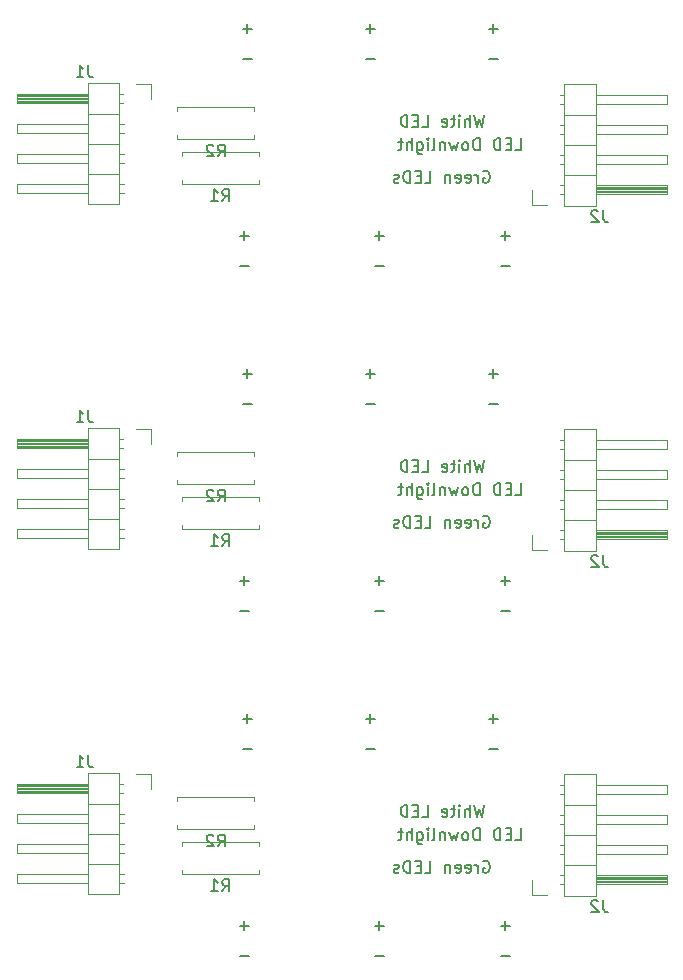
<source format=gbr>
G04 #@! TF.GenerationSoftware,KiCad,Pcbnew,(5.1.5-0-10_14)*
G04 #@! TF.CreationDate,2020-07-20T14:45:55+10:00*
G04 #@! TF.ProjectId,LED_Down_Multi,4c45445f-446f-4776-9e5f-4d756c74692e,rev?*
G04 #@! TF.SameCoordinates,Original*
G04 #@! TF.FileFunction,Legend,Bot*
G04 #@! TF.FilePolarity,Positive*
%FSLAX46Y46*%
G04 Gerber Fmt 4.6, Leading zero omitted, Abs format (unit mm)*
G04 Created by KiCad (PCBNEW (5.1.5-0-10_14)) date 2020-07-20 14:45:55*
%MOMM*%
%LPD*%
G04 APERTURE LIST*
%ADD10C,0.150000*%
%ADD11C,0.120000*%
G04 APERTURE END LIST*
D10*
X196214952Y-108275428D02*
X195453047Y-108275428D01*
X195834000Y-108656380D02*
X195834000Y-107894476D01*
X206628952Y-110815428D02*
X205867047Y-110815428D01*
X207644952Y-128341428D02*
X206883047Y-128341428D01*
X196976952Y-125801428D02*
X196215047Y-125801428D01*
X196596000Y-126182380D02*
X196596000Y-125420476D01*
X206628952Y-108275428D02*
X205867047Y-108275428D01*
X206248000Y-108656380D02*
X206248000Y-107894476D01*
X185546952Y-125801428D02*
X184785047Y-125801428D01*
X185166000Y-126182380D02*
X185166000Y-125420476D01*
X196214952Y-110815428D02*
X195453047Y-110815428D01*
X185800952Y-110815428D02*
X185039047Y-110815428D01*
X185800952Y-108275428D02*
X185039047Y-108275428D01*
X185420000Y-108656380D02*
X185420000Y-107894476D01*
X208096857Y-118562380D02*
X208573047Y-118562380D01*
X208573047Y-117562380D01*
X207763523Y-118038571D02*
X207430190Y-118038571D01*
X207287333Y-118562380D02*
X207763523Y-118562380D01*
X207763523Y-117562380D01*
X207287333Y-117562380D01*
X206858761Y-118562380D02*
X206858761Y-117562380D01*
X206620666Y-117562380D01*
X206477809Y-117610000D01*
X206382571Y-117705238D01*
X206334952Y-117800476D01*
X206287333Y-117990952D01*
X206287333Y-118133809D01*
X206334952Y-118324285D01*
X206382571Y-118419523D01*
X206477809Y-118514761D01*
X206620666Y-118562380D01*
X206858761Y-118562380D01*
X205096857Y-118562380D02*
X205096857Y-117562380D01*
X204858761Y-117562380D01*
X204715904Y-117610000D01*
X204620666Y-117705238D01*
X204573047Y-117800476D01*
X204525428Y-117990952D01*
X204525428Y-118133809D01*
X204573047Y-118324285D01*
X204620666Y-118419523D01*
X204715904Y-118514761D01*
X204858761Y-118562380D01*
X205096857Y-118562380D01*
X203954000Y-118562380D02*
X204049238Y-118514761D01*
X204096857Y-118467142D01*
X204144476Y-118371904D01*
X204144476Y-118086190D01*
X204096857Y-117990952D01*
X204049238Y-117943333D01*
X203954000Y-117895714D01*
X203811142Y-117895714D01*
X203715904Y-117943333D01*
X203668285Y-117990952D01*
X203620666Y-118086190D01*
X203620666Y-118371904D01*
X203668285Y-118467142D01*
X203715904Y-118514761D01*
X203811142Y-118562380D01*
X203954000Y-118562380D01*
X203287333Y-117895714D02*
X203096857Y-118562380D01*
X202906380Y-118086190D01*
X202715904Y-118562380D01*
X202525428Y-117895714D01*
X202144476Y-117895714D02*
X202144476Y-118562380D01*
X202144476Y-117990952D02*
X202096857Y-117943333D01*
X202001619Y-117895714D01*
X201858761Y-117895714D01*
X201763523Y-117943333D01*
X201715904Y-118038571D01*
X201715904Y-118562380D01*
X201096857Y-118562380D02*
X201192095Y-118514761D01*
X201239714Y-118419523D01*
X201239714Y-117562380D01*
X200715904Y-118562380D02*
X200715904Y-117895714D01*
X200715904Y-117562380D02*
X200763523Y-117610000D01*
X200715904Y-117657619D01*
X200668285Y-117610000D01*
X200715904Y-117562380D01*
X200715904Y-117657619D01*
X199811142Y-117895714D02*
X199811142Y-118705238D01*
X199858761Y-118800476D01*
X199906380Y-118848095D01*
X200001619Y-118895714D01*
X200144476Y-118895714D01*
X200239714Y-118848095D01*
X199811142Y-118514761D02*
X199906380Y-118562380D01*
X200096857Y-118562380D01*
X200192095Y-118514761D01*
X200239714Y-118467142D01*
X200287333Y-118371904D01*
X200287333Y-118086190D01*
X200239714Y-117990952D01*
X200192095Y-117943333D01*
X200096857Y-117895714D01*
X199906380Y-117895714D01*
X199811142Y-117943333D01*
X199334952Y-118562380D02*
X199334952Y-117562380D01*
X198906380Y-118562380D02*
X198906380Y-118038571D01*
X198954000Y-117943333D01*
X199049238Y-117895714D01*
X199192095Y-117895714D01*
X199287333Y-117943333D01*
X199334952Y-117990952D01*
X198573047Y-117895714D02*
X198192095Y-117895714D01*
X198430190Y-117562380D02*
X198430190Y-118419523D01*
X198382571Y-118514761D01*
X198287333Y-118562380D01*
X198192095Y-118562380D01*
X205390000Y-120350000D02*
X205485238Y-120302380D01*
X205628095Y-120302380D01*
X205770952Y-120350000D01*
X205866190Y-120445238D01*
X205913809Y-120540476D01*
X205961428Y-120730952D01*
X205961428Y-120873809D01*
X205913809Y-121064285D01*
X205866190Y-121159523D01*
X205770952Y-121254761D01*
X205628095Y-121302380D01*
X205532857Y-121302380D01*
X205390000Y-121254761D01*
X205342380Y-121207142D01*
X205342380Y-120873809D01*
X205532857Y-120873809D01*
X204913809Y-121302380D02*
X204913809Y-120635714D01*
X204913809Y-120826190D02*
X204866190Y-120730952D01*
X204818571Y-120683333D01*
X204723333Y-120635714D01*
X204628095Y-120635714D01*
X203913809Y-121254761D02*
X204009047Y-121302380D01*
X204199523Y-121302380D01*
X204294761Y-121254761D01*
X204342380Y-121159523D01*
X204342380Y-120778571D01*
X204294761Y-120683333D01*
X204199523Y-120635714D01*
X204009047Y-120635714D01*
X203913809Y-120683333D01*
X203866190Y-120778571D01*
X203866190Y-120873809D01*
X204342380Y-120969047D01*
X203056666Y-121254761D02*
X203151904Y-121302380D01*
X203342380Y-121302380D01*
X203437619Y-121254761D01*
X203485238Y-121159523D01*
X203485238Y-120778571D01*
X203437619Y-120683333D01*
X203342380Y-120635714D01*
X203151904Y-120635714D01*
X203056666Y-120683333D01*
X203009047Y-120778571D01*
X203009047Y-120873809D01*
X203485238Y-120969047D01*
X202580476Y-120635714D02*
X202580476Y-121302380D01*
X202580476Y-120730952D02*
X202532857Y-120683333D01*
X202437619Y-120635714D01*
X202294761Y-120635714D01*
X202199523Y-120683333D01*
X202151904Y-120778571D01*
X202151904Y-121302380D01*
X200437619Y-121302380D02*
X200913809Y-121302380D01*
X200913809Y-120302380D01*
X200104285Y-120778571D02*
X199770952Y-120778571D01*
X199628095Y-121302380D02*
X200104285Y-121302380D01*
X200104285Y-120302380D01*
X199628095Y-120302380D01*
X199199523Y-121302380D02*
X199199523Y-120302380D01*
X198961428Y-120302380D01*
X198818571Y-120350000D01*
X198723333Y-120445238D01*
X198675714Y-120540476D01*
X198628095Y-120730952D01*
X198628095Y-120873809D01*
X198675714Y-121064285D01*
X198723333Y-121159523D01*
X198818571Y-121254761D01*
X198961428Y-121302380D01*
X199199523Y-121302380D01*
X198247142Y-121254761D02*
X198151904Y-121302380D01*
X197961428Y-121302380D01*
X197866190Y-121254761D01*
X197818571Y-121159523D01*
X197818571Y-121111904D01*
X197866190Y-121016666D01*
X197961428Y-120969047D01*
X198104285Y-120969047D01*
X198199523Y-120921428D01*
X198247142Y-120826190D01*
X198247142Y-120778571D01*
X198199523Y-120683333D01*
X198104285Y-120635714D01*
X197961428Y-120635714D01*
X197866190Y-120683333D01*
X185546952Y-128341428D02*
X184785047Y-128341428D01*
X196976952Y-128341428D02*
X196215047Y-128341428D01*
X205501428Y-115592380D02*
X205263333Y-116592380D01*
X205072857Y-115878095D01*
X204882380Y-116592380D01*
X204644285Y-115592380D01*
X204263333Y-116592380D02*
X204263333Y-115592380D01*
X203834761Y-116592380D02*
X203834761Y-116068571D01*
X203882380Y-115973333D01*
X203977619Y-115925714D01*
X204120476Y-115925714D01*
X204215714Y-115973333D01*
X204263333Y-116020952D01*
X203358571Y-116592380D02*
X203358571Y-115925714D01*
X203358571Y-115592380D02*
X203406190Y-115640000D01*
X203358571Y-115687619D01*
X203310952Y-115640000D01*
X203358571Y-115592380D01*
X203358571Y-115687619D01*
X203025238Y-115925714D02*
X202644285Y-115925714D01*
X202882380Y-115592380D02*
X202882380Y-116449523D01*
X202834761Y-116544761D01*
X202739523Y-116592380D01*
X202644285Y-116592380D01*
X201930000Y-116544761D02*
X202025238Y-116592380D01*
X202215714Y-116592380D01*
X202310952Y-116544761D01*
X202358571Y-116449523D01*
X202358571Y-116068571D01*
X202310952Y-115973333D01*
X202215714Y-115925714D01*
X202025238Y-115925714D01*
X201930000Y-115973333D01*
X201882380Y-116068571D01*
X201882380Y-116163809D01*
X202358571Y-116259047D01*
X200215714Y-116592380D02*
X200691904Y-116592380D01*
X200691904Y-115592380D01*
X199882380Y-116068571D02*
X199549047Y-116068571D01*
X199406190Y-116592380D02*
X199882380Y-116592380D01*
X199882380Y-115592380D01*
X199406190Y-115592380D01*
X198977619Y-116592380D02*
X198977619Y-115592380D01*
X198739523Y-115592380D01*
X198596666Y-115640000D01*
X198501428Y-115735238D01*
X198453809Y-115830476D01*
X198406190Y-116020952D01*
X198406190Y-116163809D01*
X198453809Y-116354285D01*
X198501428Y-116449523D01*
X198596666Y-116544761D01*
X198739523Y-116592380D01*
X198977619Y-116592380D01*
X207644952Y-125801428D02*
X206883047Y-125801428D01*
X207264000Y-126182380D02*
X207264000Y-125420476D01*
X205501428Y-86382380D02*
X205263333Y-87382380D01*
X205072857Y-86668095D01*
X204882380Y-87382380D01*
X204644285Y-86382380D01*
X204263333Y-87382380D02*
X204263333Y-86382380D01*
X203834761Y-87382380D02*
X203834761Y-86858571D01*
X203882380Y-86763333D01*
X203977619Y-86715714D01*
X204120476Y-86715714D01*
X204215714Y-86763333D01*
X204263333Y-86810952D01*
X203358571Y-87382380D02*
X203358571Y-86715714D01*
X203358571Y-86382380D02*
X203406190Y-86430000D01*
X203358571Y-86477619D01*
X203310952Y-86430000D01*
X203358571Y-86382380D01*
X203358571Y-86477619D01*
X203025238Y-86715714D02*
X202644285Y-86715714D01*
X202882380Y-86382380D02*
X202882380Y-87239523D01*
X202834761Y-87334761D01*
X202739523Y-87382380D01*
X202644285Y-87382380D01*
X201930000Y-87334761D02*
X202025238Y-87382380D01*
X202215714Y-87382380D01*
X202310952Y-87334761D01*
X202358571Y-87239523D01*
X202358571Y-86858571D01*
X202310952Y-86763333D01*
X202215714Y-86715714D01*
X202025238Y-86715714D01*
X201930000Y-86763333D01*
X201882380Y-86858571D01*
X201882380Y-86953809D01*
X202358571Y-87049047D01*
X200215714Y-87382380D02*
X200691904Y-87382380D01*
X200691904Y-86382380D01*
X199882380Y-86858571D02*
X199549047Y-86858571D01*
X199406190Y-87382380D02*
X199882380Y-87382380D01*
X199882380Y-86382380D01*
X199406190Y-86382380D01*
X198977619Y-87382380D02*
X198977619Y-86382380D01*
X198739523Y-86382380D01*
X198596666Y-86430000D01*
X198501428Y-86525238D01*
X198453809Y-86620476D01*
X198406190Y-86810952D01*
X198406190Y-86953809D01*
X198453809Y-87144285D01*
X198501428Y-87239523D01*
X198596666Y-87334761D01*
X198739523Y-87382380D01*
X198977619Y-87382380D01*
X208096857Y-89352380D02*
X208573047Y-89352380D01*
X208573047Y-88352380D01*
X207763523Y-88828571D02*
X207430190Y-88828571D01*
X207287333Y-89352380D02*
X207763523Y-89352380D01*
X207763523Y-88352380D01*
X207287333Y-88352380D01*
X206858761Y-89352380D02*
X206858761Y-88352380D01*
X206620666Y-88352380D01*
X206477809Y-88400000D01*
X206382571Y-88495238D01*
X206334952Y-88590476D01*
X206287333Y-88780952D01*
X206287333Y-88923809D01*
X206334952Y-89114285D01*
X206382571Y-89209523D01*
X206477809Y-89304761D01*
X206620666Y-89352380D01*
X206858761Y-89352380D01*
X205096857Y-89352380D02*
X205096857Y-88352380D01*
X204858761Y-88352380D01*
X204715904Y-88400000D01*
X204620666Y-88495238D01*
X204573047Y-88590476D01*
X204525428Y-88780952D01*
X204525428Y-88923809D01*
X204573047Y-89114285D01*
X204620666Y-89209523D01*
X204715904Y-89304761D01*
X204858761Y-89352380D01*
X205096857Y-89352380D01*
X203954000Y-89352380D02*
X204049238Y-89304761D01*
X204096857Y-89257142D01*
X204144476Y-89161904D01*
X204144476Y-88876190D01*
X204096857Y-88780952D01*
X204049238Y-88733333D01*
X203954000Y-88685714D01*
X203811142Y-88685714D01*
X203715904Y-88733333D01*
X203668285Y-88780952D01*
X203620666Y-88876190D01*
X203620666Y-89161904D01*
X203668285Y-89257142D01*
X203715904Y-89304761D01*
X203811142Y-89352380D01*
X203954000Y-89352380D01*
X203287333Y-88685714D02*
X203096857Y-89352380D01*
X202906380Y-88876190D01*
X202715904Y-89352380D01*
X202525428Y-88685714D01*
X202144476Y-88685714D02*
X202144476Y-89352380D01*
X202144476Y-88780952D02*
X202096857Y-88733333D01*
X202001619Y-88685714D01*
X201858761Y-88685714D01*
X201763523Y-88733333D01*
X201715904Y-88828571D01*
X201715904Y-89352380D01*
X201096857Y-89352380D02*
X201192095Y-89304761D01*
X201239714Y-89209523D01*
X201239714Y-88352380D01*
X200715904Y-89352380D02*
X200715904Y-88685714D01*
X200715904Y-88352380D02*
X200763523Y-88400000D01*
X200715904Y-88447619D01*
X200668285Y-88400000D01*
X200715904Y-88352380D01*
X200715904Y-88447619D01*
X199811142Y-88685714D02*
X199811142Y-89495238D01*
X199858761Y-89590476D01*
X199906380Y-89638095D01*
X200001619Y-89685714D01*
X200144476Y-89685714D01*
X200239714Y-89638095D01*
X199811142Y-89304761D02*
X199906380Y-89352380D01*
X200096857Y-89352380D01*
X200192095Y-89304761D01*
X200239714Y-89257142D01*
X200287333Y-89161904D01*
X200287333Y-88876190D01*
X200239714Y-88780952D01*
X200192095Y-88733333D01*
X200096857Y-88685714D01*
X199906380Y-88685714D01*
X199811142Y-88733333D01*
X199334952Y-89352380D02*
X199334952Y-88352380D01*
X198906380Y-89352380D02*
X198906380Y-88828571D01*
X198954000Y-88733333D01*
X199049238Y-88685714D01*
X199192095Y-88685714D01*
X199287333Y-88733333D01*
X199334952Y-88780952D01*
X198573047Y-88685714D02*
X198192095Y-88685714D01*
X198430190Y-88352380D02*
X198430190Y-89209523D01*
X198382571Y-89304761D01*
X198287333Y-89352380D01*
X198192095Y-89352380D01*
X205390000Y-91140000D02*
X205485238Y-91092380D01*
X205628095Y-91092380D01*
X205770952Y-91140000D01*
X205866190Y-91235238D01*
X205913809Y-91330476D01*
X205961428Y-91520952D01*
X205961428Y-91663809D01*
X205913809Y-91854285D01*
X205866190Y-91949523D01*
X205770952Y-92044761D01*
X205628095Y-92092380D01*
X205532857Y-92092380D01*
X205390000Y-92044761D01*
X205342380Y-91997142D01*
X205342380Y-91663809D01*
X205532857Y-91663809D01*
X204913809Y-92092380D02*
X204913809Y-91425714D01*
X204913809Y-91616190D02*
X204866190Y-91520952D01*
X204818571Y-91473333D01*
X204723333Y-91425714D01*
X204628095Y-91425714D01*
X203913809Y-92044761D02*
X204009047Y-92092380D01*
X204199523Y-92092380D01*
X204294761Y-92044761D01*
X204342380Y-91949523D01*
X204342380Y-91568571D01*
X204294761Y-91473333D01*
X204199523Y-91425714D01*
X204009047Y-91425714D01*
X203913809Y-91473333D01*
X203866190Y-91568571D01*
X203866190Y-91663809D01*
X204342380Y-91759047D01*
X203056666Y-92044761D02*
X203151904Y-92092380D01*
X203342380Y-92092380D01*
X203437619Y-92044761D01*
X203485238Y-91949523D01*
X203485238Y-91568571D01*
X203437619Y-91473333D01*
X203342380Y-91425714D01*
X203151904Y-91425714D01*
X203056666Y-91473333D01*
X203009047Y-91568571D01*
X203009047Y-91663809D01*
X203485238Y-91759047D01*
X202580476Y-91425714D02*
X202580476Y-92092380D01*
X202580476Y-91520952D02*
X202532857Y-91473333D01*
X202437619Y-91425714D01*
X202294761Y-91425714D01*
X202199523Y-91473333D01*
X202151904Y-91568571D01*
X202151904Y-92092380D01*
X200437619Y-92092380D02*
X200913809Y-92092380D01*
X200913809Y-91092380D01*
X200104285Y-91568571D02*
X199770952Y-91568571D01*
X199628095Y-92092380D02*
X200104285Y-92092380D01*
X200104285Y-91092380D01*
X199628095Y-91092380D01*
X199199523Y-92092380D02*
X199199523Y-91092380D01*
X198961428Y-91092380D01*
X198818571Y-91140000D01*
X198723333Y-91235238D01*
X198675714Y-91330476D01*
X198628095Y-91520952D01*
X198628095Y-91663809D01*
X198675714Y-91854285D01*
X198723333Y-91949523D01*
X198818571Y-92044761D01*
X198961428Y-92092380D01*
X199199523Y-92092380D01*
X198247142Y-92044761D02*
X198151904Y-92092380D01*
X197961428Y-92092380D01*
X197866190Y-92044761D01*
X197818571Y-91949523D01*
X197818571Y-91901904D01*
X197866190Y-91806666D01*
X197961428Y-91759047D01*
X198104285Y-91759047D01*
X198199523Y-91711428D01*
X198247142Y-91616190D01*
X198247142Y-91568571D01*
X198199523Y-91473333D01*
X198104285Y-91425714D01*
X197961428Y-91425714D01*
X197866190Y-91473333D01*
X207644952Y-96591428D02*
X206883047Y-96591428D01*
X207264000Y-96972380D02*
X207264000Y-96210476D01*
X207644952Y-99131428D02*
X206883047Y-99131428D01*
X196976952Y-96591428D02*
X196215047Y-96591428D01*
X196596000Y-96972380D02*
X196596000Y-96210476D01*
X196976952Y-99131428D02*
X196215047Y-99131428D01*
X185546952Y-99131428D02*
X184785047Y-99131428D01*
X185546952Y-96591428D02*
X184785047Y-96591428D01*
X185166000Y-96972380D02*
X185166000Y-96210476D01*
X185800952Y-81605428D02*
X185039047Y-81605428D01*
X185800952Y-79065428D02*
X185039047Y-79065428D01*
X185420000Y-79446380D02*
X185420000Y-78684476D01*
X196214952Y-79065428D02*
X195453047Y-79065428D01*
X195834000Y-79446380D02*
X195834000Y-78684476D01*
X196214952Y-81605428D02*
X195453047Y-81605428D01*
X206628952Y-81605428D02*
X205867047Y-81605428D01*
X206628952Y-79065428D02*
X205867047Y-79065428D01*
X206248000Y-79446380D02*
X206248000Y-78684476D01*
X206628952Y-49855428D02*
X205867047Y-49855428D01*
X206248000Y-50236380D02*
X206248000Y-49474476D01*
X206628952Y-52395428D02*
X205867047Y-52395428D01*
X196214952Y-52395428D02*
X195453047Y-52395428D01*
X196214952Y-49855428D02*
X195453047Y-49855428D01*
X195834000Y-50236380D02*
X195834000Y-49474476D01*
X185800952Y-49855428D02*
X185039047Y-49855428D01*
X185420000Y-50236380D02*
X185420000Y-49474476D01*
X185800952Y-52395428D02*
X185039047Y-52395428D01*
X185546952Y-67381428D02*
X184785047Y-67381428D01*
X185166000Y-67762380D02*
X185166000Y-67000476D01*
X185546952Y-69921428D02*
X184785047Y-69921428D01*
X196976952Y-69921428D02*
X196215047Y-69921428D01*
X196976952Y-67381428D02*
X196215047Y-67381428D01*
X196596000Y-67762380D02*
X196596000Y-67000476D01*
X207644952Y-69921428D02*
X206883047Y-69921428D01*
X207644952Y-67381428D02*
X206883047Y-67381428D01*
X207264000Y-67762380D02*
X207264000Y-67000476D01*
X205390000Y-61930000D02*
X205485238Y-61882380D01*
X205628095Y-61882380D01*
X205770952Y-61930000D01*
X205866190Y-62025238D01*
X205913809Y-62120476D01*
X205961428Y-62310952D01*
X205961428Y-62453809D01*
X205913809Y-62644285D01*
X205866190Y-62739523D01*
X205770952Y-62834761D01*
X205628095Y-62882380D01*
X205532857Y-62882380D01*
X205390000Y-62834761D01*
X205342380Y-62787142D01*
X205342380Y-62453809D01*
X205532857Y-62453809D01*
X204913809Y-62882380D02*
X204913809Y-62215714D01*
X204913809Y-62406190D02*
X204866190Y-62310952D01*
X204818571Y-62263333D01*
X204723333Y-62215714D01*
X204628095Y-62215714D01*
X203913809Y-62834761D02*
X204009047Y-62882380D01*
X204199523Y-62882380D01*
X204294761Y-62834761D01*
X204342380Y-62739523D01*
X204342380Y-62358571D01*
X204294761Y-62263333D01*
X204199523Y-62215714D01*
X204009047Y-62215714D01*
X203913809Y-62263333D01*
X203866190Y-62358571D01*
X203866190Y-62453809D01*
X204342380Y-62549047D01*
X203056666Y-62834761D02*
X203151904Y-62882380D01*
X203342380Y-62882380D01*
X203437619Y-62834761D01*
X203485238Y-62739523D01*
X203485238Y-62358571D01*
X203437619Y-62263333D01*
X203342380Y-62215714D01*
X203151904Y-62215714D01*
X203056666Y-62263333D01*
X203009047Y-62358571D01*
X203009047Y-62453809D01*
X203485238Y-62549047D01*
X202580476Y-62215714D02*
X202580476Y-62882380D01*
X202580476Y-62310952D02*
X202532857Y-62263333D01*
X202437619Y-62215714D01*
X202294761Y-62215714D01*
X202199523Y-62263333D01*
X202151904Y-62358571D01*
X202151904Y-62882380D01*
X200437619Y-62882380D02*
X200913809Y-62882380D01*
X200913809Y-61882380D01*
X200104285Y-62358571D02*
X199770952Y-62358571D01*
X199628095Y-62882380D02*
X200104285Y-62882380D01*
X200104285Y-61882380D01*
X199628095Y-61882380D01*
X199199523Y-62882380D02*
X199199523Y-61882380D01*
X198961428Y-61882380D01*
X198818571Y-61930000D01*
X198723333Y-62025238D01*
X198675714Y-62120476D01*
X198628095Y-62310952D01*
X198628095Y-62453809D01*
X198675714Y-62644285D01*
X198723333Y-62739523D01*
X198818571Y-62834761D01*
X198961428Y-62882380D01*
X199199523Y-62882380D01*
X198247142Y-62834761D02*
X198151904Y-62882380D01*
X197961428Y-62882380D01*
X197866190Y-62834761D01*
X197818571Y-62739523D01*
X197818571Y-62691904D01*
X197866190Y-62596666D01*
X197961428Y-62549047D01*
X198104285Y-62549047D01*
X198199523Y-62501428D01*
X198247142Y-62406190D01*
X198247142Y-62358571D01*
X198199523Y-62263333D01*
X198104285Y-62215714D01*
X197961428Y-62215714D01*
X197866190Y-62263333D01*
X208096857Y-60142380D02*
X208573047Y-60142380D01*
X208573047Y-59142380D01*
X207763523Y-59618571D02*
X207430190Y-59618571D01*
X207287333Y-60142380D02*
X207763523Y-60142380D01*
X207763523Y-59142380D01*
X207287333Y-59142380D01*
X206858761Y-60142380D02*
X206858761Y-59142380D01*
X206620666Y-59142380D01*
X206477809Y-59190000D01*
X206382571Y-59285238D01*
X206334952Y-59380476D01*
X206287333Y-59570952D01*
X206287333Y-59713809D01*
X206334952Y-59904285D01*
X206382571Y-59999523D01*
X206477809Y-60094761D01*
X206620666Y-60142380D01*
X206858761Y-60142380D01*
X205096857Y-60142380D02*
X205096857Y-59142380D01*
X204858761Y-59142380D01*
X204715904Y-59190000D01*
X204620666Y-59285238D01*
X204573047Y-59380476D01*
X204525428Y-59570952D01*
X204525428Y-59713809D01*
X204573047Y-59904285D01*
X204620666Y-59999523D01*
X204715904Y-60094761D01*
X204858761Y-60142380D01*
X205096857Y-60142380D01*
X203954000Y-60142380D02*
X204049238Y-60094761D01*
X204096857Y-60047142D01*
X204144476Y-59951904D01*
X204144476Y-59666190D01*
X204096857Y-59570952D01*
X204049238Y-59523333D01*
X203954000Y-59475714D01*
X203811142Y-59475714D01*
X203715904Y-59523333D01*
X203668285Y-59570952D01*
X203620666Y-59666190D01*
X203620666Y-59951904D01*
X203668285Y-60047142D01*
X203715904Y-60094761D01*
X203811142Y-60142380D01*
X203954000Y-60142380D01*
X203287333Y-59475714D02*
X203096857Y-60142380D01*
X202906380Y-59666190D01*
X202715904Y-60142380D01*
X202525428Y-59475714D01*
X202144476Y-59475714D02*
X202144476Y-60142380D01*
X202144476Y-59570952D02*
X202096857Y-59523333D01*
X202001619Y-59475714D01*
X201858761Y-59475714D01*
X201763523Y-59523333D01*
X201715904Y-59618571D01*
X201715904Y-60142380D01*
X201096857Y-60142380D02*
X201192095Y-60094761D01*
X201239714Y-59999523D01*
X201239714Y-59142380D01*
X200715904Y-60142380D02*
X200715904Y-59475714D01*
X200715904Y-59142380D02*
X200763523Y-59190000D01*
X200715904Y-59237619D01*
X200668285Y-59190000D01*
X200715904Y-59142380D01*
X200715904Y-59237619D01*
X199811142Y-59475714D02*
X199811142Y-60285238D01*
X199858761Y-60380476D01*
X199906380Y-60428095D01*
X200001619Y-60475714D01*
X200144476Y-60475714D01*
X200239714Y-60428095D01*
X199811142Y-60094761D02*
X199906380Y-60142380D01*
X200096857Y-60142380D01*
X200192095Y-60094761D01*
X200239714Y-60047142D01*
X200287333Y-59951904D01*
X200287333Y-59666190D01*
X200239714Y-59570952D01*
X200192095Y-59523333D01*
X200096857Y-59475714D01*
X199906380Y-59475714D01*
X199811142Y-59523333D01*
X199334952Y-60142380D02*
X199334952Y-59142380D01*
X198906380Y-60142380D02*
X198906380Y-59618571D01*
X198954000Y-59523333D01*
X199049238Y-59475714D01*
X199192095Y-59475714D01*
X199287333Y-59523333D01*
X199334952Y-59570952D01*
X198573047Y-59475714D02*
X198192095Y-59475714D01*
X198430190Y-59142380D02*
X198430190Y-59999523D01*
X198382571Y-60094761D01*
X198287333Y-60142380D01*
X198192095Y-60142380D01*
X205501428Y-57172380D02*
X205263333Y-58172380D01*
X205072857Y-57458095D01*
X204882380Y-58172380D01*
X204644285Y-57172380D01*
X204263333Y-58172380D02*
X204263333Y-57172380D01*
X203834761Y-58172380D02*
X203834761Y-57648571D01*
X203882380Y-57553333D01*
X203977619Y-57505714D01*
X204120476Y-57505714D01*
X204215714Y-57553333D01*
X204263333Y-57600952D01*
X203358571Y-58172380D02*
X203358571Y-57505714D01*
X203358571Y-57172380D02*
X203406190Y-57220000D01*
X203358571Y-57267619D01*
X203310952Y-57220000D01*
X203358571Y-57172380D01*
X203358571Y-57267619D01*
X203025238Y-57505714D02*
X202644285Y-57505714D01*
X202882380Y-57172380D02*
X202882380Y-58029523D01*
X202834761Y-58124761D01*
X202739523Y-58172380D01*
X202644285Y-58172380D01*
X201930000Y-58124761D02*
X202025238Y-58172380D01*
X202215714Y-58172380D01*
X202310952Y-58124761D01*
X202358571Y-58029523D01*
X202358571Y-57648571D01*
X202310952Y-57553333D01*
X202215714Y-57505714D01*
X202025238Y-57505714D01*
X201930000Y-57553333D01*
X201882380Y-57648571D01*
X201882380Y-57743809D01*
X202358571Y-57839047D01*
X200215714Y-58172380D02*
X200691904Y-58172380D01*
X200691904Y-57172380D01*
X199882380Y-57648571D02*
X199549047Y-57648571D01*
X199406190Y-58172380D02*
X199882380Y-58172380D01*
X199882380Y-57172380D01*
X199406190Y-57172380D01*
X198977619Y-58172380D02*
X198977619Y-57172380D01*
X198739523Y-57172380D01*
X198596666Y-57220000D01*
X198501428Y-57315238D01*
X198453809Y-57410476D01*
X198406190Y-57600952D01*
X198406190Y-57743809D01*
X198453809Y-57934285D01*
X198501428Y-58029523D01*
X198596666Y-58124761D01*
X198739523Y-58172380D01*
X198977619Y-58172380D01*
D11*
X186030000Y-114890000D02*
X186030000Y-115220000D01*
X179490000Y-114890000D02*
X186030000Y-114890000D01*
X179490000Y-115220000D02*
X179490000Y-114890000D01*
X186030000Y-117630000D02*
X186030000Y-117300000D01*
X179490000Y-117630000D02*
X186030000Y-117630000D01*
X179490000Y-117300000D02*
X179490000Y-117630000D01*
X177292000Y-112930000D02*
X176022000Y-112930000D01*
X177292000Y-114200000D02*
X177292000Y-112930000D01*
X174979071Y-122200000D02*
X174582000Y-122200000D01*
X174979071Y-121440000D02*
X174582000Y-121440000D01*
X165922000Y-122200000D02*
X171922000Y-122200000D01*
X165922000Y-121440000D02*
X165922000Y-122200000D01*
X171922000Y-121440000D02*
X165922000Y-121440000D01*
X174582000Y-120550000D02*
X171922000Y-120550000D01*
X174979071Y-119660000D02*
X174582000Y-119660000D01*
X174979071Y-118900000D02*
X174582000Y-118900000D01*
X165922000Y-119660000D02*
X171922000Y-119660000D01*
X165922000Y-118900000D02*
X165922000Y-119660000D01*
X171922000Y-118900000D02*
X165922000Y-118900000D01*
X174582000Y-118010000D02*
X171922000Y-118010000D01*
X174979071Y-117120000D02*
X174582000Y-117120000D01*
X174979071Y-116360000D02*
X174582000Y-116360000D01*
X165922000Y-117120000D02*
X171922000Y-117120000D01*
X165922000Y-116360000D02*
X165922000Y-117120000D01*
X171922000Y-116360000D02*
X165922000Y-116360000D01*
X174582000Y-115470000D02*
X171922000Y-115470000D01*
X174912000Y-114580000D02*
X174582000Y-114580000D01*
X174912000Y-113820000D02*
X174582000Y-113820000D01*
X171922000Y-114480000D02*
X165922000Y-114480000D01*
X171922000Y-114360000D02*
X165922000Y-114360000D01*
X171922000Y-114240000D02*
X165922000Y-114240000D01*
X171922000Y-114120000D02*
X165922000Y-114120000D01*
X171922000Y-114000000D02*
X165922000Y-114000000D01*
X171922000Y-113880000D02*
X165922000Y-113880000D01*
X165922000Y-114580000D02*
X171922000Y-114580000D01*
X165922000Y-113820000D02*
X165922000Y-114580000D01*
X171922000Y-113820000D02*
X165922000Y-113820000D01*
X171922000Y-112870000D02*
X174582000Y-112870000D01*
X171922000Y-123150000D02*
X171922000Y-112870000D01*
X174582000Y-123150000D02*
X171922000Y-123150000D01*
X174582000Y-112870000D02*
X174582000Y-123150000D01*
X186410000Y-118680000D02*
X186410000Y-119010000D01*
X179870000Y-118680000D02*
X186410000Y-118680000D01*
X179870000Y-119010000D02*
X179870000Y-118680000D01*
X186410000Y-121420000D02*
X186410000Y-121090000D01*
X179870000Y-121420000D02*
X186410000Y-121420000D01*
X179870000Y-121090000D02*
X179870000Y-121420000D01*
X209550000Y-123190000D02*
X210820000Y-123190000D01*
X209550000Y-121920000D02*
X209550000Y-123190000D01*
X211862929Y-113920000D02*
X212260000Y-113920000D01*
X211862929Y-114680000D02*
X212260000Y-114680000D01*
X220920000Y-113920000D02*
X214920000Y-113920000D01*
X220920000Y-114680000D02*
X220920000Y-113920000D01*
X214920000Y-114680000D02*
X220920000Y-114680000D01*
X212260000Y-115570000D02*
X214920000Y-115570000D01*
X211862929Y-116460000D02*
X212260000Y-116460000D01*
X211862929Y-117220000D02*
X212260000Y-117220000D01*
X220920000Y-116460000D02*
X214920000Y-116460000D01*
X220920000Y-117220000D02*
X220920000Y-116460000D01*
X214920000Y-117220000D02*
X220920000Y-117220000D01*
X212260000Y-118110000D02*
X214920000Y-118110000D01*
X211862929Y-119000000D02*
X212260000Y-119000000D01*
X211862929Y-119760000D02*
X212260000Y-119760000D01*
X220920000Y-119000000D02*
X214920000Y-119000000D01*
X220920000Y-119760000D02*
X220920000Y-119000000D01*
X214920000Y-119760000D02*
X220920000Y-119760000D01*
X212260000Y-120650000D02*
X214920000Y-120650000D01*
X211930000Y-121540000D02*
X212260000Y-121540000D01*
X211930000Y-122300000D02*
X212260000Y-122300000D01*
X214920000Y-121640000D02*
X220920000Y-121640000D01*
X214920000Y-121760000D02*
X220920000Y-121760000D01*
X214920000Y-121880000D02*
X220920000Y-121880000D01*
X214920000Y-122000000D02*
X220920000Y-122000000D01*
X214920000Y-122120000D02*
X220920000Y-122120000D01*
X214920000Y-122240000D02*
X220920000Y-122240000D01*
X220920000Y-121540000D02*
X214920000Y-121540000D01*
X220920000Y-122300000D02*
X220920000Y-121540000D01*
X214920000Y-122300000D02*
X220920000Y-122300000D01*
X214920000Y-123250000D02*
X212260000Y-123250000D01*
X214920000Y-112970000D02*
X214920000Y-123250000D01*
X212260000Y-112970000D02*
X214920000Y-112970000D01*
X212260000Y-123250000D02*
X212260000Y-112970000D01*
X174582000Y-83660000D02*
X174582000Y-93940000D01*
X174582000Y-93940000D02*
X171922000Y-93940000D01*
X171922000Y-93940000D02*
X171922000Y-83660000D01*
X171922000Y-83660000D02*
X174582000Y-83660000D01*
X171922000Y-84610000D02*
X165922000Y-84610000D01*
X165922000Y-84610000D02*
X165922000Y-85370000D01*
X165922000Y-85370000D02*
X171922000Y-85370000D01*
X171922000Y-84670000D02*
X165922000Y-84670000D01*
X171922000Y-84790000D02*
X165922000Y-84790000D01*
X171922000Y-84910000D02*
X165922000Y-84910000D01*
X171922000Y-85030000D02*
X165922000Y-85030000D01*
X171922000Y-85150000D02*
X165922000Y-85150000D01*
X171922000Y-85270000D02*
X165922000Y-85270000D01*
X174912000Y-84610000D02*
X174582000Y-84610000D01*
X174912000Y-85370000D02*
X174582000Y-85370000D01*
X174582000Y-86260000D02*
X171922000Y-86260000D01*
X171922000Y-87150000D02*
X165922000Y-87150000D01*
X165922000Y-87150000D02*
X165922000Y-87910000D01*
X165922000Y-87910000D02*
X171922000Y-87910000D01*
X174979071Y-87150000D02*
X174582000Y-87150000D01*
X174979071Y-87910000D02*
X174582000Y-87910000D01*
X174582000Y-88800000D02*
X171922000Y-88800000D01*
X171922000Y-89690000D02*
X165922000Y-89690000D01*
X165922000Y-89690000D02*
X165922000Y-90450000D01*
X165922000Y-90450000D02*
X171922000Y-90450000D01*
X174979071Y-89690000D02*
X174582000Y-89690000D01*
X174979071Y-90450000D02*
X174582000Y-90450000D01*
X174582000Y-91340000D02*
X171922000Y-91340000D01*
X171922000Y-92230000D02*
X165922000Y-92230000D01*
X165922000Y-92230000D02*
X165922000Y-92990000D01*
X165922000Y-92990000D02*
X171922000Y-92990000D01*
X174979071Y-92230000D02*
X174582000Y-92230000D01*
X174979071Y-92990000D02*
X174582000Y-92990000D01*
X177292000Y-84990000D02*
X177292000Y-83720000D01*
X177292000Y-83720000D02*
X176022000Y-83720000D01*
X212260000Y-94040000D02*
X212260000Y-83760000D01*
X212260000Y-83760000D02*
X214920000Y-83760000D01*
X214920000Y-83760000D02*
X214920000Y-94040000D01*
X214920000Y-94040000D02*
X212260000Y-94040000D01*
X214920000Y-93090000D02*
X220920000Y-93090000D01*
X220920000Y-93090000D02*
X220920000Y-92330000D01*
X220920000Y-92330000D02*
X214920000Y-92330000D01*
X214920000Y-93030000D02*
X220920000Y-93030000D01*
X214920000Y-92910000D02*
X220920000Y-92910000D01*
X214920000Y-92790000D02*
X220920000Y-92790000D01*
X214920000Y-92670000D02*
X220920000Y-92670000D01*
X214920000Y-92550000D02*
X220920000Y-92550000D01*
X214920000Y-92430000D02*
X220920000Y-92430000D01*
X211930000Y-93090000D02*
X212260000Y-93090000D01*
X211930000Y-92330000D02*
X212260000Y-92330000D01*
X212260000Y-91440000D02*
X214920000Y-91440000D01*
X214920000Y-90550000D02*
X220920000Y-90550000D01*
X220920000Y-90550000D02*
X220920000Y-89790000D01*
X220920000Y-89790000D02*
X214920000Y-89790000D01*
X211862929Y-90550000D02*
X212260000Y-90550000D01*
X211862929Y-89790000D02*
X212260000Y-89790000D01*
X212260000Y-88900000D02*
X214920000Y-88900000D01*
X214920000Y-88010000D02*
X220920000Y-88010000D01*
X220920000Y-88010000D02*
X220920000Y-87250000D01*
X220920000Y-87250000D02*
X214920000Y-87250000D01*
X211862929Y-88010000D02*
X212260000Y-88010000D01*
X211862929Y-87250000D02*
X212260000Y-87250000D01*
X212260000Y-86360000D02*
X214920000Y-86360000D01*
X214920000Y-85470000D02*
X220920000Y-85470000D01*
X220920000Y-85470000D02*
X220920000Y-84710000D01*
X220920000Y-84710000D02*
X214920000Y-84710000D01*
X211862929Y-85470000D02*
X212260000Y-85470000D01*
X211862929Y-84710000D02*
X212260000Y-84710000D01*
X209550000Y-92710000D02*
X209550000Y-93980000D01*
X209550000Y-93980000D02*
X210820000Y-93980000D01*
X179870000Y-91880000D02*
X179870000Y-92210000D01*
X179870000Y-92210000D02*
X186410000Y-92210000D01*
X186410000Y-92210000D02*
X186410000Y-91880000D01*
X179870000Y-89800000D02*
X179870000Y-89470000D01*
X179870000Y-89470000D02*
X186410000Y-89470000D01*
X186410000Y-89470000D02*
X186410000Y-89800000D01*
X179490000Y-88090000D02*
X179490000Y-88420000D01*
X179490000Y-88420000D02*
X186030000Y-88420000D01*
X186030000Y-88420000D02*
X186030000Y-88090000D01*
X179490000Y-86010000D02*
X179490000Y-85680000D01*
X179490000Y-85680000D02*
X186030000Y-85680000D01*
X186030000Y-85680000D02*
X186030000Y-86010000D01*
X186030000Y-56470000D02*
X186030000Y-56800000D01*
X179490000Y-56470000D02*
X186030000Y-56470000D01*
X179490000Y-56800000D02*
X179490000Y-56470000D01*
X186030000Y-59210000D02*
X186030000Y-58880000D01*
X179490000Y-59210000D02*
X186030000Y-59210000D01*
X179490000Y-58880000D02*
X179490000Y-59210000D01*
X186410000Y-60260000D02*
X186410000Y-60590000D01*
X179870000Y-60260000D02*
X186410000Y-60260000D01*
X179870000Y-60590000D02*
X179870000Y-60260000D01*
X186410000Y-63000000D02*
X186410000Y-62670000D01*
X179870000Y-63000000D02*
X186410000Y-63000000D01*
X179870000Y-62670000D02*
X179870000Y-63000000D01*
X209550000Y-64770000D02*
X210820000Y-64770000D01*
X209550000Y-63500000D02*
X209550000Y-64770000D01*
X211862929Y-55500000D02*
X212260000Y-55500000D01*
X211862929Y-56260000D02*
X212260000Y-56260000D01*
X220920000Y-55500000D02*
X214920000Y-55500000D01*
X220920000Y-56260000D02*
X220920000Y-55500000D01*
X214920000Y-56260000D02*
X220920000Y-56260000D01*
X212260000Y-57150000D02*
X214920000Y-57150000D01*
X211862929Y-58040000D02*
X212260000Y-58040000D01*
X211862929Y-58800000D02*
X212260000Y-58800000D01*
X220920000Y-58040000D02*
X214920000Y-58040000D01*
X220920000Y-58800000D02*
X220920000Y-58040000D01*
X214920000Y-58800000D02*
X220920000Y-58800000D01*
X212260000Y-59690000D02*
X214920000Y-59690000D01*
X211862929Y-60580000D02*
X212260000Y-60580000D01*
X211862929Y-61340000D02*
X212260000Y-61340000D01*
X220920000Y-60580000D02*
X214920000Y-60580000D01*
X220920000Y-61340000D02*
X220920000Y-60580000D01*
X214920000Y-61340000D02*
X220920000Y-61340000D01*
X212260000Y-62230000D02*
X214920000Y-62230000D01*
X211930000Y-63120000D02*
X212260000Y-63120000D01*
X211930000Y-63880000D02*
X212260000Y-63880000D01*
X214920000Y-63220000D02*
X220920000Y-63220000D01*
X214920000Y-63340000D02*
X220920000Y-63340000D01*
X214920000Y-63460000D02*
X220920000Y-63460000D01*
X214920000Y-63580000D02*
X220920000Y-63580000D01*
X214920000Y-63700000D02*
X220920000Y-63700000D01*
X214920000Y-63820000D02*
X220920000Y-63820000D01*
X220920000Y-63120000D02*
X214920000Y-63120000D01*
X220920000Y-63880000D02*
X220920000Y-63120000D01*
X214920000Y-63880000D02*
X220920000Y-63880000D01*
X214920000Y-64830000D02*
X212260000Y-64830000D01*
X214920000Y-54550000D02*
X214920000Y-64830000D01*
X212260000Y-54550000D02*
X214920000Y-54550000D01*
X212260000Y-64830000D02*
X212260000Y-54550000D01*
X177292000Y-54510000D02*
X176022000Y-54510000D01*
X177292000Y-55780000D02*
X177292000Y-54510000D01*
X174979071Y-63780000D02*
X174582000Y-63780000D01*
X174979071Y-63020000D02*
X174582000Y-63020000D01*
X165922000Y-63780000D02*
X171922000Y-63780000D01*
X165922000Y-63020000D02*
X165922000Y-63780000D01*
X171922000Y-63020000D02*
X165922000Y-63020000D01*
X174582000Y-62130000D02*
X171922000Y-62130000D01*
X174979071Y-61240000D02*
X174582000Y-61240000D01*
X174979071Y-60480000D02*
X174582000Y-60480000D01*
X165922000Y-61240000D02*
X171922000Y-61240000D01*
X165922000Y-60480000D02*
X165922000Y-61240000D01*
X171922000Y-60480000D02*
X165922000Y-60480000D01*
X174582000Y-59590000D02*
X171922000Y-59590000D01*
X174979071Y-58700000D02*
X174582000Y-58700000D01*
X174979071Y-57940000D02*
X174582000Y-57940000D01*
X165922000Y-58700000D02*
X171922000Y-58700000D01*
X165922000Y-57940000D02*
X165922000Y-58700000D01*
X171922000Y-57940000D02*
X165922000Y-57940000D01*
X174582000Y-57050000D02*
X171922000Y-57050000D01*
X174912000Y-56160000D02*
X174582000Y-56160000D01*
X174912000Y-55400000D02*
X174582000Y-55400000D01*
X171922000Y-56060000D02*
X165922000Y-56060000D01*
X171922000Y-55940000D02*
X165922000Y-55940000D01*
X171922000Y-55820000D02*
X165922000Y-55820000D01*
X171922000Y-55700000D02*
X165922000Y-55700000D01*
X171922000Y-55580000D02*
X165922000Y-55580000D01*
X171922000Y-55460000D02*
X165922000Y-55460000D01*
X165922000Y-56160000D02*
X171922000Y-56160000D01*
X165922000Y-55400000D02*
X165922000Y-56160000D01*
X171922000Y-55400000D02*
X165922000Y-55400000D01*
X171922000Y-54450000D02*
X174582000Y-54450000D01*
X171922000Y-64730000D02*
X171922000Y-54450000D01*
X174582000Y-64730000D02*
X171922000Y-64730000D01*
X174582000Y-54450000D02*
X174582000Y-64730000D01*
D10*
X182926666Y-119082380D02*
X183260000Y-118606190D01*
X183498095Y-119082380D02*
X183498095Y-118082380D01*
X183117142Y-118082380D01*
X183021904Y-118130000D01*
X182974285Y-118177619D01*
X182926666Y-118272857D01*
X182926666Y-118415714D01*
X182974285Y-118510952D01*
X183021904Y-118558571D01*
X183117142Y-118606190D01*
X183498095Y-118606190D01*
X182545714Y-118177619D02*
X182498095Y-118130000D01*
X182402857Y-118082380D01*
X182164761Y-118082380D01*
X182069523Y-118130000D01*
X182021904Y-118177619D01*
X181974285Y-118272857D01*
X181974285Y-118368095D01*
X182021904Y-118510952D01*
X182593333Y-119082380D01*
X181974285Y-119082380D01*
X171970333Y-111382380D02*
X171970333Y-112096666D01*
X172017952Y-112239523D01*
X172113190Y-112334761D01*
X172256047Y-112382380D01*
X172351285Y-112382380D01*
X170970333Y-112382380D02*
X171541761Y-112382380D01*
X171256047Y-112382380D02*
X171256047Y-111382380D01*
X171351285Y-111525238D01*
X171446523Y-111620476D01*
X171541761Y-111668095D01*
X183306666Y-122872380D02*
X183640000Y-122396190D01*
X183878095Y-122872380D02*
X183878095Y-121872380D01*
X183497142Y-121872380D01*
X183401904Y-121920000D01*
X183354285Y-121967619D01*
X183306666Y-122062857D01*
X183306666Y-122205714D01*
X183354285Y-122300952D01*
X183401904Y-122348571D01*
X183497142Y-122396190D01*
X183878095Y-122396190D01*
X182354285Y-122872380D02*
X182925714Y-122872380D01*
X182640000Y-122872380D02*
X182640000Y-121872380D01*
X182735238Y-122015238D01*
X182830476Y-122110476D01*
X182925714Y-122158095D01*
X215538333Y-123642380D02*
X215538333Y-124356666D01*
X215585952Y-124499523D01*
X215681190Y-124594761D01*
X215824047Y-124642380D01*
X215919285Y-124642380D01*
X215109761Y-123737619D02*
X215062142Y-123690000D01*
X214966904Y-123642380D01*
X214728809Y-123642380D01*
X214633571Y-123690000D01*
X214585952Y-123737619D01*
X214538333Y-123832857D01*
X214538333Y-123928095D01*
X214585952Y-124070952D01*
X215157380Y-124642380D01*
X214538333Y-124642380D01*
X171970333Y-82172380D02*
X171970333Y-82886666D01*
X172017952Y-83029523D01*
X172113190Y-83124761D01*
X172256047Y-83172380D01*
X172351285Y-83172380D01*
X170970333Y-83172380D02*
X171541761Y-83172380D01*
X171256047Y-83172380D02*
X171256047Y-82172380D01*
X171351285Y-82315238D01*
X171446523Y-82410476D01*
X171541761Y-82458095D01*
X215538333Y-94432380D02*
X215538333Y-95146666D01*
X215585952Y-95289523D01*
X215681190Y-95384761D01*
X215824047Y-95432380D01*
X215919285Y-95432380D01*
X215109761Y-94527619D02*
X215062142Y-94480000D01*
X214966904Y-94432380D01*
X214728809Y-94432380D01*
X214633571Y-94480000D01*
X214585952Y-94527619D01*
X214538333Y-94622857D01*
X214538333Y-94718095D01*
X214585952Y-94860952D01*
X215157380Y-95432380D01*
X214538333Y-95432380D01*
X183306666Y-93662380D02*
X183640000Y-93186190D01*
X183878095Y-93662380D02*
X183878095Y-92662380D01*
X183497142Y-92662380D01*
X183401904Y-92710000D01*
X183354285Y-92757619D01*
X183306666Y-92852857D01*
X183306666Y-92995714D01*
X183354285Y-93090952D01*
X183401904Y-93138571D01*
X183497142Y-93186190D01*
X183878095Y-93186190D01*
X182354285Y-93662380D02*
X182925714Y-93662380D01*
X182640000Y-93662380D02*
X182640000Y-92662380D01*
X182735238Y-92805238D01*
X182830476Y-92900476D01*
X182925714Y-92948095D01*
X182926666Y-89872380D02*
X183260000Y-89396190D01*
X183498095Y-89872380D02*
X183498095Y-88872380D01*
X183117142Y-88872380D01*
X183021904Y-88920000D01*
X182974285Y-88967619D01*
X182926666Y-89062857D01*
X182926666Y-89205714D01*
X182974285Y-89300952D01*
X183021904Y-89348571D01*
X183117142Y-89396190D01*
X183498095Y-89396190D01*
X182545714Y-88967619D02*
X182498095Y-88920000D01*
X182402857Y-88872380D01*
X182164761Y-88872380D01*
X182069523Y-88920000D01*
X182021904Y-88967619D01*
X181974285Y-89062857D01*
X181974285Y-89158095D01*
X182021904Y-89300952D01*
X182593333Y-89872380D01*
X181974285Y-89872380D01*
X182926666Y-60662380D02*
X183260000Y-60186190D01*
X183498095Y-60662380D02*
X183498095Y-59662380D01*
X183117142Y-59662380D01*
X183021904Y-59710000D01*
X182974285Y-59757619D01*
X182926666Y-59852857D01*
X182926666Y-59995714D01*
X182974285Y-60090952D01*
X183021904Y-60138571D01*
X183117142Y-60186190D01*
X183498095Y-60186190D01*
X182545714Y-59757619D02*
X182498095Y-59710000D01*
X182402857Y-59662380D01*
X182164761Y-59662380D01*
X182069523Y-59710000D01*
X182021904Y-59757619D01*
X181974285Y-59852857D01*
X181974285Y-59948095D01*
X182021904Y-60090952D01*
X182593333Y-60662380D01*
X181974285Y-60662380D01*
X183306666Y-64452380D02*
X183640000Y-63976190D01*
X183878095Y-64452380D02*
X183878095Y-63452380D01*
X183497142Y-63452380D01*
X183401904Y-63500000D01*
X183354285Y-63547619D01*
X183306666Y-63642857D01*
X183306666Y-63785714D01*
X183354285Y-63880952D01*
X183401904Y-63928571D01*
X183497142Y-63976190D01*
X183878095Y-63976190D01*
X182354285Y-64452380D02*
X182925714Y-64452380D01*
X182640000Y-64452380D02*
X182640000Y-63452380D01*
X182735238Y-63595238D01*
X182830476Y-63690476D01*
X182925714Y-63738095D01*
X215538333Y-65222380D02*
X215538333Y-65936666D01*
X215585952Y-66079523D01*
X215681190Y-66174761D01*
X215824047Y-66222380D01*
X215919285Y-66222380D01*
X215109761Y-65317619D02*
X215062142Y-65270000D01*
X214966904Y-65222380D01*
X214728809Y-65222380D01*
X214633571Y-65270000D01*
X214585952Y-65317619D01*
X214538333Y-65412857D01*
X214538333Y-65508095D01*
X214585952Y-65650952D01*
X215157380Y-66222380D01*
X214538333Y-66222380D01*
X171970333Y-52962380D02*
X171970333Y-53676666D01*
X172017952Y-53819523D01*
X172113190Y-53914761D01*
X172256047Y-53962380D01*
X172351285Y-53962380D01*
X170970333Y-53962380D02*
X171541761Y-53962380D01*
X171256047Y-53962380D02*
X171256047Y-52962380D01*
X171351285Y-53105238D01*
X171446523Y-53200476D01*
X171541761Y-53248095D01*
M02*

</source>
